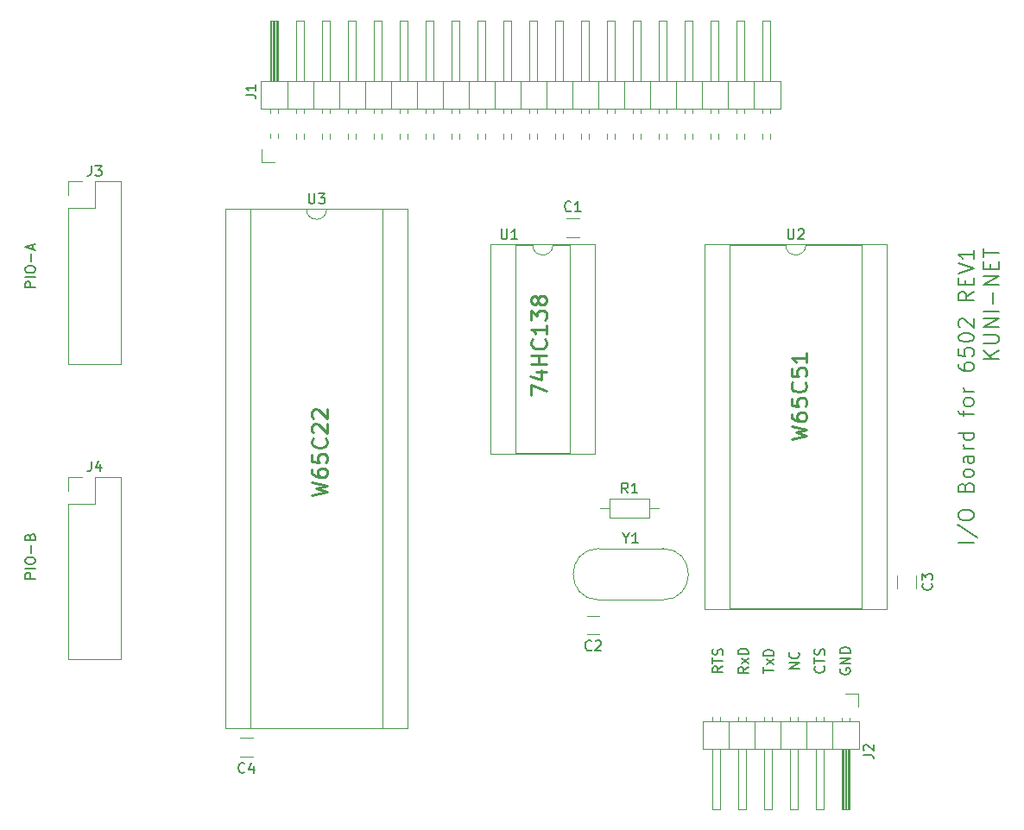
<source format=gto>
G04 #@! TF.GenerationSoftware,KiCad,Pcbnew,(5.1.4)-1*
G04 #@! TF.CreationDate,2020-09-22T12:22:13+09:00*
G04 #@! TF.ProjectId,K65-IOB,4b36352d-494f-4422-9e6b-696361645f70,rev?*
G04 #@! TF.SameCoordinates,Original*
G04 #@! TF.FileFunction,Legend,Top*
G04 #@! TF.FilePolarity,Positive*
%FSLAX46Y46*%
G04 Gerber Fmt 4.6, Leading zero omitted, Abs format (unit mm)*
G04 Created by KiCad (PCBNEW (5.1.4)-1) date 2020-09-22 12:22:13*
%MOMM*%
%LPD*%
G04 APERTURE LIST*
%ADD10C,0.200000*%
%ADD11C,0.150000*%
%ADD12C,0.250000*%
%ADD13C,0.120000*%
G04 APERTURE END LIST*
D10*
X173953571Y-110130000D02*
X172453571Y-110130000D01*
X172382142Y-108344285D02*
X174310714Y-109630000D01*
X172453571Y-107558571D02*
X172453571Y-107272857D01*
X172525000Y-107130000D01*
X172667857Y-106987142D01*
X172953571Y-106915714D01*
X173453571Y-106915714D01*
X173739285Y-106987142D01*
X173882142Y-107130000D01*
X173953571Y-107272857D01*
X173953571Y-107558571D01*
X173882142Y-107701428D01*
X173739285Y-107844285D01*
X173453571Y-107915714D01*
X172953571Y-107915714D01*
X172667857Y-107844285D01*
X172525000Y-107701428D01*
X172453571Y-107558571D01*
X173167857Y-104630000D02*
X173239285Y-104415714D01*
X173310714Y-104344285D01*
X173453571Y-104272857D01*
X173667857Y-104272857D01*
X173810714Y-104344285D01*
X173882142Y-104415714D01*
X173953571Y-104558571D01*
X173953571Y-105130000D01*
X172453571Y-105130000D01*
X172453571Y-104630000D01*
X172525000Y-104487142D01*
X172596428Y-104415714D01*
X172739285Y-104344285D01*
X172882142Y-104344285D01*
X173025000Y-104415714D01*
X173096428Y-104487142D01*
X173167857Y-104630000D01*
X173167857Y-105130000D01*
X173953571Y-103415714D02*
X173882142Y-103558571D01*
X173810714Y-103630000D01*
X173667857Y-103701428D01*
X173239285Y-103701428D01*
X173096428Y-103630000D01*
X173025000Y-103558571D01*
X172953571Y-103415714D01*
X172953571Y-103201428D01*
X173025000Y-103058571D01*
X173096428Y-102987142D01*
X173239285Y-102915714D01*
X173667857Y-102915714D01*
X173810714Y-102987142D01*
X173882142Y-103058571D01*
X173953571Y-103201428D01*
X173953571Y-103415714D01*
X173953571Y-101630000D02*
X173167857Y-101630000D01*
X173025000Y-101701428D01*
X172953571Y-101844285D01*
X172953571Y-102130000D01*
X173025000Y-102272857D01*
X173882142Y-101630000D02*
X173953571Y-101772857D01*
X173953571Y-102130000D01*
X173882142Y-102272857D01*
X173739285Y-102344285D01*
X173596428Y-102344285D01*
X173453571Y-102272857D01*
X173382142Y-102130000D01*
X173382142Y-101772857D01*
X173310714Y-101630000D01*
X173953571Y-100915714D02*
X172953571Y-100915714D01*
X173239285Y-100915714D02*
X173096428Y-100844285D01*
X173025000Y-100772857D01*
X172953571Y-100630000D01*
X172953571Y-100487142D01*
X173953571Y-99344285D02*
X172453571Y-99344285D01*
X173882142Y-99344285D02*
X173953571Y-99487142D01*
X173953571Y-99772857D01*
X173882142Y-99915714D01*
X173810714Y-99987142D01*
X173667857Y-100058571D01*
X173239285Y-100058571D01*
X173096428Y-99987142D01*
X173025000Y-99915714D01*
X172953571Y-99772857D01*
X172953571Y-99487142D01*
X173025000Y-99344285D01*
X172953571Y-97701428D02*
X172953571Y-97130000D01*
X173953571Y-97487142D02*
X172667857Y-97487142D01*
X172525000Y-97415714D01*
X172453571Y-97272857D01*
X172453571Y-97130000D01*
X173953571Y-96415714D02*
X173882142Y-96558571D01*
X173810714Y-96630000D01*
X173667857Y-96701428D01*
X173239285Y-96701428D01*
X173096428Y-96630000D01*
X173025000Y-96558571D01*
X172953571Y-96415714D01*
X172953571Y-96201428D01*
X173025000Y-96058571D01*
X173096428Y-95987142D01*
X173239285Y-95915714D01*
X173667857Y-95915714D01*
X173810714Y-95987142D01*
X173882142Y-96058571D01*
X173953571Y-96201428D01*
X173953571Y-96415714D01*
X173953571Y-95272857D02*
X172953571Y-95272857D01*
X173239285Y-95272857D02*
X173096428Y-95201428D01*
X173025000Y-95130000D01*
X172953571Y-94987142D01*
X172953571Y-94844285D01*
X172453571Y-92558571D02*
X172453571Y-92844285D01*
X172525000Y-92987142D01*
X172596428Y-93058571D01*
X172810714Y-93201428D01*
X173096428Y-93272857D01*
X173667857Y-93272857D01*
X173810714Y-93201428D01*
X173882142Y-93130000D01*
X173953571Y-92987142D01*
X173953571Y-92701428D01*
X173882142Y-92558571D01*
X173810714Y-92487142D01*
X173667857Y-92415714D01*
X173310714Y-92415714D01*
X173167857Y-92487142D01*
X173096428Y-92558571D01*
X173025000Y-92701428D01*
X173025000Y-92987142D01*
X173096428Y-93130000D01*
X173167857Y-93201428D01*
X173310714Y-93272857D01*
X172453571Y-91058571D02*
X172453571Y-91772857D01*
X173167857Y-91844285D01*
X173096428Y-91772857D01*
X173025000Y-91630000D01*
X173025000Y-91272857D01*
X173096428Y-91130000D01*
X173167857Y-91058571D01*
X173310714Y-90987142D01*
X173667857Y-90987142D01*
X173810714Y-91058571D01*
X173882142Y-91130000D01*
X173953571Y-91272857D01*
X173953571Y-91630000D01*
X173882142Y-91772857D01*
X173810714Y-91844285D01*
X172453571Y-90058571D02*
X172453571Y-89915714D01*
X172525000Y-89772857D01*
X172596428Y-89701428D01*
X172739285Y-89630000D01*
X173025000Y-89558571D01*
X173382142Y-89558571D01*
X173667857Y-89630000D01*
X173810714Y-89701428D01*
X173882142Y-89772857D01*
X173953571Y-89915714D01*
X173953571Y-90058571D01*
X173882142Y-90201428D01*
X173810714Y-90272857D01*
X173667857Y-90344285D01*
X173382142Y-90415714D01*
X173025000Y-90415714D01*
X172739285Y-90344285D01*
X172596428Y-90272857D01*
X172525000Y-90201428D01*
X172453571Y-90058571D01*
X172596428Y-88987142D02*
X172525000Y-88915714D01*
X172453571Y-88772857D01*
X172453571Y-88415714D01*
X172525000Y-88272857D01*
X172596428Y-88201428D01*
X172739285Y-88130000D01*
X172882142Y-88130000D01*
X173096428Y-88201428D01*
X173953571Y-89058571D01*
X173953571Y-88130000D01*
X173953571Y-85487142D02*
X173239285Y-85987142D01*
X173953571Y-86344285D02*
X172453571Y-86344285D01*
X172453571Y-85772857D01*
X172525000Y-85630000D01*
X172596428Y-85558571D01*
X172739285Y-85487142D01*
X172953571Y-85487142D01*
X173096428Y-85558571D01*
X173167857Y-85630000D01*
X173239285Y-85772857D01*
X173239285Y-86344285D01*
X173167857Y-84844285D02*
X173167857Y-84344285D01*
X173953571Y-84130000D02*
X173953571Y-84844285D01*
X172453571Y-84844285D01*
X172453571Y-84130000D01*
X172453571Y-83701428D02*
X173953571Y-83201428D01*
X172453571Y-82701428D01*
X173953571Y-81415714D02*
X173953571Y-82272857D01*
X173953571Y-81844285D02*
X172453571Y-81844285D01*
X172667857Y-81987142D01*
X172810714Y-82130000D01*
X172882142Y-82272857D01*
X176403571Y-92058571D02*
X174903571Y-92058571D01*
X176403571Y-91201428D02*
X175546428Y-91844285D01*
X174903571Y-91201428D02*
X175760714Y-92058571D01*
X174903571Y-90558571D02*
X176117857Y-90558571D01*
X176260714Y-90487142D01*
X176332142Y-90415714D01*
X176403571Y-90272857D01*
X176403571Y-89987142D01*
X176332142Y-89844285D01*
X176260714Y-89772857D01*
X176117857Y-89701428D01*
X174903571Y-89701428D01*
X176403571Y-88987142D02*
X174903571Y-88987142D01*
X176403571Y-88129999D01*
X174903571Y-88129999D01*
X176403571Y-87415714D02*
X174903571Y-87415714D01*
X175832142Y-86701428D02*
X175832142Y-85558571D01*
X176403571Y-84844285D02*
X174903571Y-84844285D01*
X176403571Y-83987142D01*
X174903571Y-83987142D01*
X175617857Y-83272857D02*
X175617857Y-82772857D01*
X176403571Y-82558571D02*
X176403571Y-83272857D01*
X174903571Y-83272857D01*
X174903571Y-82558571D01*
X174903571Y-82129999D02*
X174903571Y-81272857D01*
X176403571Y-81701428D02*
X174903571Y-81701428D01*
D11*
X149357380Y-122262619D02*
X148881190Y-122595952D01*
X149357380Y-122834047D02*
X148357380Y-122834047D01*
X148357380Y-122453095D01*
X148405000Y-122357857D01*
X148452619Y-122310238D01*
X148547857Y-122262619D01*
X148690714Y-122262619D01*
X148785952Y-122310238D01*
X148833571Y-122357857D01*
X148881190Y-122453095D01*
X148881190Y-122834047D01*
X148357380Y-121976904D02*
X148357380Y-121405476D01*
X149357380Y-121691190D02*
X148357380Y-121691190D01*
X149309761Y-121119761D02*
X149357380Y-120976904D01*
X149357380Y-120738809D01*
X149309761Y-120643571D01*
X149262142Y-120595952D01*
X149166904Y-120548333D01*
X149071666Y-120548333D01*
X148976428Y-120595952D01*
X148928809Y-120643571D01*
X148881190Y-120738809D01*
X148833571Y-120929285D01*
X148785952Y-121024523D01*
X148738333Y-121072142D01*
X148643095Y-121119761D01*
X148547857Y-121119761D01*
X148452619Y-121072142D01*
X148405000Y-121024523D01*
X148357380Y-120929285D01*
X148357380Y-120691190D01*
X148405000Y-120548333D01*
X151857380Y-122310238D02*
X151381190Y-122643571D01*
X151857380Y-122881666D02*
X150857380Y-122881666D01*
X150857380Y-122500714D01*
X150905000Y-122405476D01*
X150952619Y-122357857D01*
X151047857Y-122310238D01*
X151190714Y-122310238D01*
X151285952Y-122357857D01*
X151333571Y-122405476D01*
X151381190Y-122500714D01*
X151381190Y-122881666D01*
X151857380Y-121976904D02*
X151190714Y-121453095D01*
X151190714Y-121976904D02*
X151857380Y-121453095D01*
X151857380Y-121072142D02*
X150857380Y-121072142D01*
X150857380Y-120834047D01*
X150905000Y-120691190D01*
X151000238Y-120595952D01*
X151095476Y-120548333D01*
X151285952Y-120500714D01*
X151428809Y-120500714D01*
X151619285Y-120548333D01*
X151714523Y-120595952D01*
X151809761Y-120691190D01*
X151857380Y-120834047D01*
X151857380Y-121072142D01*
X153357380Y-122905476D02*
X153357380Y-122334047D01*
X154357380Y-122619761D02*
X153357380Y-122619761D01*
X154357380Y-122095952D02*
X153690714Y-121572142D01*
X153690714Y-122095952D02*
X154357380Y-121572142D01*
X154357380Y-121191190D02*
X153357380Y-121191190D01*
X153357380Y-120953095D01*
X153405000Y-120810238D01*
X153500238Y-120715000D01*
X153595476Y-120667380D01*
X153785952Y-120619761D01*
X153928809Y-120619761D01*
X154119285Y-120667380D01*
X154214523Y-120715000D01*
X154309761Y-120810238D01*
X154357380Y-120953095D01*
X154357380Y-121191190D01*
X156857380Y-122500714D02*
X155857380Y-122500714D01*
X156857380Y-121929285D01*
X155857380Y-121929285D01*
X156762142Y-120881666D02*
X156809761Y-120929285D01*
X156857380Y-121072142D01*
X156857380Y-121167380D01*
X156809761Y-121310238D01*
X156714523Y-121405476D01*
X156619285Y-121453095D01*
X156428809Y-121500714D01*
X156285952Y-121500714D01*
X156095476Y-121453095D01*
X156000238Y-121405476D01*
X155905000Y-121310238D01*
X155857380Y-121167380D01*
X155857380Y-121072142D01*
X155905000Y-120929285D01*
X155952619Y-120881666D01*
X159262142Y-122262619D02*
X159309761Y-122310238D01*
X159357380Y-122453095D01*
X159357380Y-122548333D01*
X159309761Y-122691190D01*
X159214523Y-122786428D01*
X159119285Y-122834047D01*
X158928809Y-122881666D01*
X158785952Y-122881666D01*
X158595476Y-122834047D01*
X158500238Y-122786428D01*
X158405000Y-122691190D01*
X158357380Y-122548333D01*
X158357380Y-122453095D01*
X158405000Y-122310238D01*
X158452619Y-122262619D01*
X158357380Y-121976904D02*
X158357380Y-121405476D01*
X159357380Y-121691190D02*
X158357380Y-121691190D01*
X159309761Y-121119761D02*
X159357380Y-120976904D01*
X159357380Y-120738809D01*
X159309761Y-120643571D01*
X159262142Y-120595952D01*
X159166904Y-120548333D01*
X159071666Y-120548333D01*
X158976428Y-120595952D01*
X158928809Y-120643571D01*
X158881190Y-120738809D01*
X158833571Y-120929285D01*
X158785952Y-121024523D01*
X158738333Y-121072142D01*
X158643095Y-121119761D01*
X158547857Y-121119761D01*
X158452619Y-121072142D01*
X158405000Y-121024523D01*
X158357380Y-120929285D01*
X158357380Y-120691190D01*
X158405000Y-120548333D01*
X160905000Y-122476904D02*
X160857380Y-122572142D01*
X160857380Y-122715000D01*
X160905000Y-122857857D01*
X161000238Y-122953095D01*
X161095476Y-123000714D01*
X161285952Y-123048333D01*
X161428809Y-123048333D01*
X161619285Y-123000714D01*
X161714523Y-122953095D01*
X161809761Y-122857857D01*
X161857380Y-122715000D01*
X161857380Y-122619761D01*
X161809761Y-122476904D01*
X161762142Y-122429285D01*
X161428809Y-122429285D01*
X161428809Y-122619761D01*
X161857380Y-122000714D02*
X160857380Y-122000714D01*
X161857380Y-121429285D01*
X160857380Y-121429285D01*
X161857380Y-120953095D02*
X160857380Y-120953095D01*
X160857380Y-120715000D01*
X160905000Y-120572142D01*
X161000238Y-120476904D01*
X161095476Y-120429285D01*
X161285952Y-120381666D01*
X161428809Y-120381666D01*
X161619285Y-120429285D01*
X161714523Y-120476904D01*
X161809761Y-120572142D01*
X161857380Y-120715000D01*
X161857380Y-120953095D01*
D12*
X156083571Y-99965000D02*
X157583571Y-99607857D01*
X156512142Y-99322142D01*
X157583571Y-99036428D01*
X156083571Y-98679285D01*
X156083571Y-97465000D02*
X156083571Y-97750714D01*
X156155000Y-97893571D01*
X156226428Y-97965000D01*
X156440714Y-98107857D01*
X156726428Y-98179285D01*
X157297857Y-98179285D01*
X157440714Y-98107857D01*
X157512142Y-98036428D01*
X157583571Y-97893571D01*
X157583571Y-97607857D01*
X157512142Y-97465000D01*
X157440714Y-97393571D01*
X157297857Y-97322142D01*
X156940714Y-97322142D01*
X156797857Y-97393571D01*
X156726428Y-97465000D01*
X156655000Y-97607857D01*
X156655000Y-97893571D01*
X156726428Y-98036428D01*
X156797857Y-98107857D01*
X156940714Y-98179285D01*
X156083571Y-95965000D02*
X156083571Y-96679285D01*
X156797857Y-96750714D01*
X156726428Y-96679285D01*
X156655000Y-96536428D01*
X156655000Y-96179285D01*
X156726428Y-96036428D01*
X156797857Y-95965000D01*
X156940714Y-95893571D01*
X157297857Y-95893571D01*
X157440714Y-95965000D01*
X157512142Y-96036428D01*
X157583571Y-96179285D01*
X157583571Y-96536428D01*
X157512142Y-96679285D01*
X157440714Y-96750714D01*
X157440714Y-94393571D02*
X157512142Y-94465000D01*
X157583571Y-94679285D01*
X157583571Y-94822142D01*
X157512142Y-95036428D01*
X157369285Y-95179285D01*
X157226428Y-95250714D01*
X156940714Y-95322142D01*
X156726428Y-95322142D01*
X156440714Y-95250714D01*
X156297857Y-95179285D01*
X156155000Y-95036428D01*
X156083571Y-94822142D01*
X156083571Y-94679285D01*
X156155000Y-94465000D01*
X156226428Y-94393571D01*
X156083571Y-93036428D02*
X156083571Y-93750714D01*
X156797857Y-93822142D01*
X156726428Y-93750714D01*
X156655000Y-93607857D01*
X156655000Y-93250714D01*
X156726428Y-93107857D01*
X156797857Y-93036428D01*
X156940714Y-92965000D01*
X157297857Y-92965000D01*
X157440714Y-93036428D01*
X157512142Y-93107857D01*
X157583571Y-93250714D01*
X157583571Y-93607857D01*
X157512142Y-93750714D01*
X157440714Y-93822142D01*
X157583571Y-91536428D02*
X157583571Y-92393571D01*
X157583571Y-91965000D02*
X156083571Y-91965000D01*
X156297857Y-92107857D01*
X156440714Y-92250714D01*
X156512142Y-92393571D01*
X130583571Y-95607857D02*
X130583571Y-94607857D01*
X132083571Y-95250714D01*
X131083571Y-93393571D02*
X132083571Y-93393571D01*
X130512142Y-93750714D02*
X131583571Y-94107857D01*
X131583571Y-93179285D01*
X132083571Y-92607857D02*
X130583571Y-92607857D01*
X131297857Y-92607857D02*
X131297857Y-91750714D01*
X132083571Y-91750714D02*
X130583571Y-91750714D01*
X131940714Y-90179285D02*
X132012142Y-90250714D01*
X132083571Y-90465000D01*
X132083571Y-90607857D01*
X132012142Y-90822142D01*
X131869285Y-90965000D01*
X131726428Y-91036428D01*
X131440714Y-91107857D01*
X131226428Y-91107857D01*
X130940714Y-91036428D01*
X130797857Y-90965000D01*
X130655000Y-90822142D01*
X130583571Y-90607857D01*
X130583571Y-90465000D01*
X130655000Y-90250714D01*
X130726428Y-90179285D01*
X132083571Y-88750714D02*
X132083571Y-89607857D01*
X132083571Y-89179285D02*
X130583571Y-89179285D01*
X130797857Y-89322142D01*
X130940714Y-89465000D01*
X131012142Y-89607857D01*
X130583571Y-88250714D02*
X130583571Y-87322142D01*
X131155000Y-87822142D01*
X131155000Y-87607857D01*
X131226428Y-87465000D01*
X131297857Y-87393571D01*
X131440714Y-87322142D01*
X131797857Y-87322142D01*
X131940714Y-87393571D01*
X132012142Y-87465000D01*
X132083571Y-87607857D01*
X132083571Y-88036428D01*
X132012142Y-88179285D01*
X131940714Y-88250714D01*
X131226428Y-86465000D02*
X131155000Y-86607857D01*
X131083571Y-86679285D01*
X130940714Y-86750714D01*
X130869285Y-86750714D01*
X130726428Y-86679285D01*
X130655000Y-86607857D01*
X130583571Y-86465000D01*
X130583571Y-86179285D01*
X130655000Y-86036428D01*
X130726428Y-85965000D01*
X130869285Y-85893571D01*
X130940714Y-85893571D01*
X131083571Y-85965000D01*
X131155000Y-86036428D01*
X131226428Y-86179285D01*
X131226428Y-86465000D01*
X131297857Y-86607857D01*
X131369285Y-86679285D01*
X131512142Y-86750714D01*
X131797857Y-86750714D01*
X131940714Y-86679285D01*
X132012142Y-86607857D01*
X132083571Y-86465000D01*
X132083571Y-86179285D01*
X132012142Y-86036428D01*
X131940714Y-85965000D01*
X131797857Y-85893571D01*
X131512142Y-85893571D01*
X131369285Y-85965000D01*
X131297857Y-86036428D01*
X131226428Y-86179285D01*
X109083571Y-105465000D02*
X110583571Y-105107857D01*
X109512142Y-104822142D01*
X110583571Y-104536428D01*
X109083571Y-104179285D01*
X109083571Y-102965000D02*
X109083571Y-103250714D01*
X109155000Y-103393571D01*
X109226428Y-103465000D01*
X109440714Y-103607857D01*
X109726428Y-103679285D01*
X110297857Y-103679285D01*
X110440714Y-103607857D01*
X110512142Y-103536428D01*
X110583571Y-103393571D01*
X110583571Y-103107857D01*
X110512142Y-102965000D01*
X110440714Y-102893571D01*
X110297857Y-102822142D01*
X109940714Y-102822142D01*
X109797857Y-102893571D01*
X109726428Y-102965000D01*
X109655000Y-103107857D01*
X109655000Y-103393571D01*
X109726428Y-103536428D01*
X109797857Y-103607857D01*
X109940714Y-103679285D01*
X109083571Y-101465000D02*
X109083571Y-102179285D01*
X109797857Y-102250714D01*
X109726428Y-102179285D01*
X109655000Y-102036428D01*
X109655000Y-101679285D01*
X109726428Y-101536428D01*
X109797857Y-101465000D01*
X109940714Y-101393571D01*
X110297857Y-101393571D01*
X110440714Y-101465000D01*
X110512142Y-101536428D01*
X110583571Y-101679285D01*
X110583571Y-102036428D01*
X110512142Y-102179285D01*
X110440714Y-102250714D01*
X110440714Y-99893571D02*
X110512142Y-99965000D01*
X110583571Y-100179285D01*
X110583571Y-100322142D01*
X110512142Y-100536428D01*
X110369285Y-100679285D01*
X110226428Y-100750714D01*
X109940714Y-100822142D01*
X109726428Y-100822142D01*
X109440714Y-100750714D01*
X109297857Y-100679285D01*
X109155000Y-100536428D01*
X109083571Y-100322142D01*
X109083571Y-100179285D01*
X109155000Y-99965000D01*
X109226428Y-99893571D01*
X109226428Y-99322142D02*
X109155000Y-99250714D01*
X109083571Y-99107857D01*
X109083571Y-98750714D01*
X109155000Y-98607857D01*
X109226428Y-98536428D01*
X109369285Y-98465000D01*
X109512142Y-98465000D01*
X109726428Y-98536428D01*
X110583571Y-99393571D01*
X110583571Y-98465000D01*
X109226428Y-97893571D02*
X109155000Y-97822142D01*
X109083571Y-97679285D01*
X109083571Y-97322142D01*
X109155000Y-97179285D01*
X109226428Y-97107857D01*
X109369285Y-97036428D01*
X109512142Y-97036428D01*
X109726428Y-97107857D01*
X110583571Y-97965000D01*
X110583571Y-97036428D01*
D11*
X81952380Y-113642857D02*
X80952380Y-113642857D01*
X80952380Y-113261904D01*
X81000000Y-113166666D01*
X81047619Y-113119047D01*
X81142857Y-113071428D01*
X81285714Y-113071428D01*
X81380952Y-113119047D01*
X81428571Y-113166666D01*
X81476190Y-113261904D01*
X81476190Y-113642857D01*
X81952380Y-112642857D02*
X80952380Y-112642857D01*
X80952380Y-111976190D02*
X80952380Y-111785714D01*
X81000000Y-111690476D01*
X81095238Y-111595238D01*
X81285714Y-111547619D01*
X81619047Y-111547619D01*
X81809523Y-111595238D01*
X81904761Y-111690476D01*
X81952380Y-111785714D01*
X81952380Y-111976190D01*
X81904761Y-112071428D01*
X81809523Y-112166666D01*
X81619047Y-112214285D01*
X81285714Y-112214285D01*
X81095238Y-112166666D01*
X81000000Y-112071428D01*
X80952380Y-111976190D01*
X81571428Y-111119047D02*
X81571428Y-110357142D01*
X81428571Y-109547619D02*
X81476190Y-109404761D01*
X81523809Y-109357142D01*
X81619047Y-109309523D01*
X81761904Y-109309523D01*
X81857142Y-109357142D01*
X81904761Y-109404761D01*
X81952380Y-109500000D01*
X81952380Y-109880952D01*
X80952380Y-109880952D01*
X80952380Y-109547619D01*
X81000000Y-109452380D01*
X81047619Y-109404761D01*
X81142857Y-109357142D01*
X81238095Y-109357142D01*
X81333333Y-109404761D01*
X81380952Y-109452380D01*
X81428571Y-109547619D01*
X81428571Y-109880952D01*
X81952380Y-85071428D02*
X80952380Y-85071428D01*
X80952380Y-84690476D01*
X81000000Y-84595238D01*
X81047619Y-84547619D01*
X81142857Y-84500000D01*
X81285714Y-84500000D01*
X81380952Y-84547619D01*
X81428571Y-84595238D01*
X81476190Y-84690476D01*
X81476190Y-85071428D01*
X81952380Y-84071428D02*
X80952380Y-84071428D01*
X80952380Y-83404761D02*
X80952380Y-83214285D01*
X81000000Y-83119047D01*
X81095238Y-83023809D01*
X81285714Y-82976190D01*
X81619047Y-82976190D01*
X81809523Y-83023809D01*
X81904761Y-83119047D01*
X81952380Y-83214285D01*
X81952380Y-83404761D01*
X81904761Y-83500000D01*
X81809523Y-83595238D01*
X81619047Y-83642857D01*
X81285714Y-83642857D01*
X81095238Y-83595238D01*
X81000000Y-83500000D01*
X80952380Y-83404761D01*
X81571428Y-82547619D02*
X81571428Y-81785714D01*
X81666666Y-81357142D02*
X81666666Y-80880952D01*
X81952380Y-81452380D02*
X80952380Y-81119047D01*
X81952380Y-80785714D01*
D13*
X118475000Y-77325000D02*
X100575000Y-77325000D01*
X118475000Y-128365000D02*
X118475000Y-77325000D01*
X100575000Y-128365000D02*
X118475000Y-128365000D01*
X100575000Y-77325000D02*
X100575000Y-128365000D01*
X115985000Y-77385000D02*
X110525000Y-77385000D01*
X115985000Y-128305000D02*
X115985000Y-77385000D01*
X103065000Y-128305000D02*
X115985000Y-128305000D01*
X103065000Y-77385000D02*
X103065000Y-128305000D01*
X108525000Y-77385000D02*
X103065000Y-77385000D01*
X110525000Y-77385000D02*
G75*
G02X108525000Y-77385000I-1000000J0D01*
G01*
X143470000Y-115740000D02*
G75*
G03X143470000Y-110690000I0J2525000D01*
G01*
X137220000Y-115740000D02*
G75*
G02X137220000Y-110690000I0J2525000D01*
G01*
X137220000Y-115740000D02*
X143470000Y-115740000D01*
X137220000Y-110690000D02*
X143470000Y-110690000D01*
X165475000Y-80825000D02*
X147575000Y-80825000D01*
X165475000Y-116625000D02*
X165475000Y-80825000D01*
X147575000Y-116625000D02*
X165475000Y-116625000D01*
X147575000Y-80825000D02*
X147575000Y-116625000D01*
X162985000Y-80885000D02*
X157525000Y-80885000D01*
X162985000Y-116565000D02*
X162985000Y-80885000D01*
X150065000Y-116565000D02*
X162985000Y-116565000D01*
X150065000Y-80885000D02*
X150065000Y-116565000D01*
X155525000Y-80885000D02*
X150065000Y-80885000D01*
X157525000Y-80885000D02*
G75*
G02X155525000Y-80885000I-1000000J0D01*
G01*
X136855000Y-80825000D02*
X126575000Y-80825000D01*
X136855000Y-101385000D02*
X136855000Y-80825000D01*
X126575000Y-101385000D02*
X136855000Y-101385000D01*
X126575000Y-80825000D02*
X126575000Y-101385000D01*
X134365000Y-80885000D02*
X132715000Y-80885000D01*
X134365000Y-101325000D02*
X134365000Y-80885000D01*
X129065000Y-101325000D02*
X134365000Y-101325000D01*
X129065000Y-80885000D02*
X129065000Y-101325000D01*
X130715000Y-80885000D02*
X129065000Y-80885000D01*
X132715000Y-80885000D02*
G75*
G02X130715000Y-80885000I-1000000J0D01*
G01*
X143085000Y-106715000D02*
X142135000Y-106715000D01*
X137345000Y-106715000D02*
X138295000Y-106715000D01*
X142135000Y-105795000D02*
X138295000Y-105795000D01*
X142135000Y-107635000D02*
X142135000Y-105795000D01*
X138295000Y-107635000D02*
X142135000Y-107635000D01*
X138295000Y-105795000D02*
X138295000Y-107635000D01*
X85170000Y-103670000D02*
X86500000Y-103670000D01*
X85170000Y-105000000D02*
X85170000Y-103670000D01*
X87770000Y-103670000D02*
X90370000Y-103670000D01*
X87770000Y-106270000D02*
X87770000Y-103670000D01*
X85170000Y-106270000D02*
X87770000Y-106270000D01*
X90370000Y-103670000D02*
X90370000Y-121570000D01*
X85170000Y-106270000D02*
X85170000Y-121570000D01*
X85170000Y-121570000D02*
X90370000Y-121570000D01*
X85170000Y-74670000D02*
X86500000Y-74670000D01*
X85170000Y-76000000D02*
X85170000Y-74670000D01*
X87770000Y-74670000D02*
X90370000Y-74670000D01*
X87770000Y-77270000D02*
X87770000Y-74670000D01*
X85170000Y-77270000D02*
X87770000Y-77270000D01*
X90370000Y-74670000D02*
X90370000Y-92570000D01*
X85170000Y-77270000D02*
X85170000Y-92570000D01*
X85170000Y-92570000D02*
X90370000Y-92570000D01*
X162675000Y-124945000D02*
X162675000Y-126215000D01*
X161405000Y-124945000D02*
X162675000Y-124945000D01*
X148325000Y-127257929D02*
X148325000Y-127655000D01*
X149085000Y-127257929D02*
X149085000Y-127655000D01*
X148325000Y-136315000D02*
X148325000Y-130315000D01*
X149085000Y-136315000D02*
X148325000Y-136315000D01*
X149085000Y-130315000D02*
X149085000Y-136315000D01*
X149975000Y-127655000D02*
X149975000Y-130315000D01*
X150865000Y-127257929D02*
X150865000Y-127655000D01*
X151625000Y-127257929D02*
X151625000Y-127655000D01*
X150865000Y-136315000D02*
X150865000Y-130315000D01*
X151625000Y-136315000D02*
X150865000Y-136315000D01*
X151625000Y-130315000D02*
X151625000Y-136315000D01*
X152515000Y-127655000D02*
X152515000Y-130315000D01*
X153405000Y-127257929D02*
X153405000Y-127655000D01*
X154165000Y-127257929D02*
X154165000Y-127655000D01*
X153405000Y-136315000D02*
X153405000Y-130315000D01*
X154165000Y-136315000D02*
X153405000Y-136315000D01*
X154165000Y-130315000D02*
X154165000Y-136315000D01*
X155055000Y-127655000D02*
X155055000Y-130315000D01*
X155945000Y-127257929D02*
X155945000Y-127655000D01*
X156705000Y-127257929D02*
X156705000Y-127655000D01*
X155945000Y-136315000D02*
X155945000Y-130315000D01*
X156705000Y-136315000D02*
X155945000Y-136315000D01*
X156705000Y-130315000D02*
X156705000Y-136315000D01*
X157595000Y-127655000D02*
X157595000Y-130315000D01*
X158485000Y-127257929D02*
X158485000Y-127655000D01*
X159245000Y-127257929D02*
X159245000Y-127655000D01*
X158485000Y-136315000D02*
X158485000Y-130315000D01*
X159245000Y-136315000D02*
X158485000Y-136315000D01*
X159245000Y-130315000D02*
X159245000Y-136315000D01*
X160135000Y-127655000D02*
X160135000Y-130315000D01*
X161025000Y-127325000D02*
X161025000Y-127655000D01*
X161785000Y-127325000D02*
X161785000Y-127655000D01*
X161125000Y-130315000D02*
X161125000Y-136315000D01*
X161245000Y-130315000D02*
X161245000Y-136315000D01*
X161365000Y-130315000D02*
X161365000Y-136315000D01*
X161485000Y-130315000D02*
X161485000Y-136315000D01*
X161605000Y-130315000D02*
X161605000Y-136315000D01*
X161725000Y-130315000D02*
X161725000Y-136315000D01*
X161025000Y-136315000D02*
X161025000Y-130315000D01*
X161785000Y-136315000D02*
X161025000Y-136315000D01*
X161785000Y-130315000D02*
X161785000Y-136315000D01*
X162735000Y-130315000D02*
X162735000Y-127655000D01*
X147375000Y-130315000D02*
X162735000Y-130315000D01*
X147375000Y-127655000D02*
X147375000Y-130315000D01*
X162735000Y-127655000D02*
X147375000Y-127655000D01*
X104130000Y-72770000D02*
X104130000Y-71500000D01*
X105400000Y-72770000D02*
X104130000Y-72770000D01*
X154040000Y-70457071D02*
X154040000Y-70002929D01*
X153280000Y-70457071D02*
X153280000Y-70002929D01*
X154040000Y-67917071D02*
X154040000Y-67520000D01*
X153280000Y-67917071D02*
X153280000Y-67520000D01*
X154040000Y-58860000D02*
X154040000Y-64860000D01*
X153280000Y-58860000D02*
X154040000Y-58860000D01*
X153280000Y-64860000D02*
X153280000Y-58860000D01*
X152390000Y-67520000D02*
X152390000Y-64860000D01*
X151500000Y-70457071D02*
X151500000Y-70002929D01*
X150740000Y-70457071D02*
X150740000Y-70002929D01*
X151500000Y-67917071D02*
X151500000Y-67520000D01*
X150740000Y-67917071D02*
X150740000Y-67520000D01*
X151500000Y-58860000D02*
X151500000Y-64860000D01*
X150740000Y-58860000D02*
X151500000Y-58860000D01*
X150740000Y-64860000D02*
X150740000Y-58860000D01*
X149850000Y-67520000D02*
X149850000Y-64860000D01*
X148960000Y-70457071D02*
X148960000Y-70002929D01*
X148200000Y-70457071D02*
X148200000Y-70002929D01*
X148960000Y-67917071D02*
X148960000Y-67520000D01*
X148200000Y-67917071D02*
X148200000Y-67520000D01*
X148960000Y-58860000D02*
X148960000Y-64860000D01*
X148200000Y-58860000D02*
X148960000Y-58860000D01*
X148200000Y-64860000D02*
X148200000Y-58860000D01*
X147310000Y-67520000D02*
X147310000Y-64860000D01*
X146420000Y-70457071D02*
X146420000Y-70002929D01*
X145660000Y-70457071D02*
X145660000Y-70002929D01*
X146420000Y-67917071D02*
X146420000Y-67520000D01*
X145660000Y-67917071D02*
X145660000Y-67520000D01*
X146420000Y-58860000D02*
X146420000Y-64860000D01*
X145660000Y-58860000D02*
X146420000Y-58860000D01*
X145660000Y-64860000D02*
X145660000Y-58860000D01*
X144770000Y-67520000D02*
X144770000Y-64860000D01*
X143880000Y-70457071D02*
X143880000Y-70002929D01*
X143120000Y-70457071D02*
X143120000Y-70002929D01*
X143880000Y-67917071D02*
X143880000Y-67520000D01*
X143120000Y-67917071D02*
X143120000Y-67520000D01*
X143880000Y-58860000D02*
X143880000Y-64860000D01*
X143120000Y-58860000D02*
X143880000Y-58860000D01*
X143120000Y-64860000D02*
X143120000Y-58860000D01*
X142230000Y-67520000D02*
X142230000Y-64860000D01*
X141340000Y-70457071D02*
X141340000Y-70002929D01*
X140580000Y-70457071D02*
X140580000Y-70002929D01*
X141340000Y-67917071D02*
X141340000Y-67520000D01*
X140580000Y-67917071D02*
X140580000Y-67520000D01*
X141340000Y-58860000D02*
X141340000Y-64860000D01*
X140580000Y-58860000D02*
X141340000Y-58860000D01*
X140580000Y-64860000D02*
X140580000Y-58860000D01*
X139690000Y-67520000D02*
X139690000Y-64860000D01*
X138800000Y-70457071D02*
X138800000Y-70002929D01*
X138040000Y-70457071D02*
X138040000Y-70002929D01*
X138800000Y-67917071D02*
X138800000Y-67520000D01*
X138040000Y-67917071D02*
X138040000Y-67520000D01*
X138800000Y-58860000D02*
X138800000Y-64860000D01*
X138040000Y-58860000D02*
X138800000Y-58860000D01*
X138040000Y-64860000D02*
X138040000Y-58860000D01*
X137150000Y-67520000D02*
X137150000Y-64860000D01*
X136260000Y-70457071D02*
X136260000Y-70002929D01*
X135500000Y-70457071D02*
X135500000Y-70002929D01*
X136260000Y-67917071D02*
X136260000Y-67520000D01*
X135500000Y-67917071D02*
X135500000Y-67520000D01*
X136260000Y-58860000D02*
X136260000Y-64860000D01*
X135500000Y-58860000D02*
X136260000Y-58860000D01*
X135500000Y-64860000D02*
X135500000Y-58860000D01*
X134610000Y-67520000D02*
X134610000Y-64860000D01*
X133720000Y-70457071D02*
X133720000Y-70002929D01*
X132960000Y-70457071D02*
X132960000Y-70002929D01*
X133720000Y-67917071D02*
X133720000Y-67520000D01*
X132960000Y-67917071D02*
X132960000Y-67520000D01*
X133720000Y-58860000D02*
X133720000Y-64860000D01*
X132960000Y-58860000D02*
X133720000Y-58860000D01*
X132960000Y-64860000D02*
X132960000Y-58860000D01*
X132070000Y-67520000D02*
X132070000Y-64860000D01*
X131180000Y-70457071D02*
X131180000Y-70002929D01*
X130420000Y-70457071D02*
X130420000Y-70002929D01*
X131180000Y-67917071D02*
X131180000Y-67520000D01*
X130420000Y-67917071D02*
X130420000Y-67520000D01*
X131180000Y-58860000D02*
X131180000Y-64860000D01*
X130420000Y-58860000D02*
X131180000Y-58860000D01*
X130420000Y-64860000D02*
X130420000Y-58860000D01*
X129530000Y-67520000D02*
X129530000Y-64860000D01*
X128640000Y-70457071D02*
X128640000Y-70002929D01*
X127880000Y-70457071D02*
X127880000Y-70002929D01*
X128640000Y-67917071D02*
X128640000Y-67520000D01*
X127880000Y-67917071D02*
X127880000Y-67520000D01*
X128640000Y-58860000D02*
X128640000Y-64860000D01*
X127880000Y-58860000D02*
X128640000Y-58860000D01*
X127880000Y-64860000D02*
X127880000Y-58860000D01*
X126990000Y-67520000D02*
X126990000Y-64860000D01*
X126100000Y-70457071D02*
X126100000Y-70002929D01*
X125340000Y-70457071D02*
X125340000Y-70002929D01*
X126100000Y-67917071D02*
X126100000Y-67520000D01*
X125340000Y-67917071D02*
X125340000Y-67520000D01*
X126100000Y-58860000D02*
X126100000Y-64860000D01*
X125340000Y-58860000D02*
X126100000Y-58860000D01*
X125340000Y-64860000D02*
X125340000Y-58860000D01*
X124450000Y-67520000D02*
X124450000Y-64860000D01*
X123560000Y-70457071D02*
X123560000Y-70002929D01*
X122800000Y-70457071D02*
X122800000Y-70002929D01*
X123560000Y-67917071D02*
X123560000Y-67520000D01*
X122800000Y-67917071D02*
X122800000Y-67520000D01*
X123560000Y-58860000D02*
X123560000Y-64860000D01*
X122800000Y-58860000D02*
X123560000Y-58860000D01*
X122800000Y-64860000D02*
X122800000Y-58860000D01*
X121910000Y-67520000D02*
X121910000Y-64860000D01*
X121020000Y-70457071D02*
X121020000Y-70002929D01*
X120260000Y-70457071D02*
X120260000Y-70002929D01*
X121020000Y-67917071D02*
X121020000Y-67520000D01*
X120260000Y-67917071D02*
X120260000Y-67520000D01*
X121020000Y-58860000D02*
X121020000Y-64860000D01*
X120260000Y-58860000D02*
X121020000Y-58860000D01*
X120260000Y-64860000D02*
X120260000Y-58860000D01*
X119370000Y-67520000D02*
X119370000Y-64860000D01*
X118480000Y-70457071D02*
X118480000Y-70002929D01*
X117720000Y-70457071D02*
X117720000Y-70002929D01*
X118480000Y-67917071D02*
X118480000Y-67520000D01*
X117720000Y-67917071D02*
X117720000Y-67520000D01*
X118480000Y-58860000D02*
X118480000Y-64860000D01*
X117720000Y-58860000D02*
X118480000Y-58860000D01*
X117720000Y-64860000D02*
X117720000Y-58860000D01*
X116830000Y-67520000D02*
X116830000Y-64860000D01*
X115940000Y-70457071D02*
X115940000Y-70002929D01*
X115180000Y-70457071D02*
X115180000Y-70002929D01*
X115940000Y-67917071D02*
X115940000Y-67520000D01*
X115180000Y-67917071D02*
X115180000Y-67520000D01*
X115940000Y-58860000D02*
X115940000Y-64860000D01*
X115180000Y-58860000D02*
X115940000Y-58860000D01*
X115180000Y-64860000D02*
X115180000Y-58860000D01*
X114290000Y-67520000D02*
X114290000Y-64860000D01*
X113400000Y-70457071D02*
X113400000Y-70002929D01*
X112640000Y-70457071D02*
X112640000Y-70002929D01*
X113400000Y-67917071D02*
X113400000Y-67520000D01*
X112640000Y-67917071D02*
X112640000Y-67520000D01*
X113400000Y-58860000D02*
X113400000Y-64860000D01*
X112640000Y-58860000D02*
X113400000Y-58860000D01*
X112640000Y-64860000D02*
X112640000Y-58860000D01*
X111750000Y-67520000D02*
X111750000Y-64860000D01*
X110860000Y-70457071D02*
X110860000Y-70002929D01*
X110100000Y-70457071D02*
X110100000Y-70002929D01*
X110860000Y-67917071D02*
X110860000Y-67520000D01*
X110100000Y-67917071D02*
X110100000Y-67520000D01*
X110860000Y-58860000D02*
X110860000Y-64860000D01*
X110100000Y-58860000D02*
X110860000Y-58860000D01*
X110100000Y-64860000D02*
X110100000Y-58860000D01*
X109210000Y-67520000D02*
X109210000Y-64860000D01*
X108320000Y-70457071D02*
X108320000Y-70002929D01*
X107560000Y-70457071D02*
X107560000Y-70002929D01*
X108320000Y-67917071D02*
X108320000Y-67520000D01*
X107560000Y-67917071D02*
X107560000Y-67520000D01*
X108320000Y-58860000D02*
X108320000Y-64860000D01*
X107560000Y-58860000D02*
X108320000Y-58860000D01*
X107560000Y-64860000D02*
X107560000Y-58860000D01*
X106670000Y-67520000D02*
X106670000Y-64860000D01*
X105780000Y-70390000D02*
X105780000Y-70002929D01*
X105020000Y-70390000D02*
X105020000Y-70002929D01*
X105780000Y-67917071D02*
X105780000Y-67520000D01*
X105020000Y-67917071D02*
X105020000Y-67520000D01*
X105680000Y-64860000D02*
X105680000Y-58860000D01*
X105560000Y-64860000D02*
X105560000Y-58860000D01*
X105440000Y-64860000D02*
X105440000Y-58860000D01*
X105320000Y-64860000D02*
X105320000Y-58860000D01*
X105200000Y-64860000D02*
X105200000Y-58860000D01*
X105080000Y-64860000D02*
X105080000Y-58860000D01*
X105780000Y-58860000D02*
X105780000Y-64860000D01*
X105020000Y-58860000D02*
X105780000Y-58860000D01*
X105020000Y-64860000D02*
X105020000Y-58860000D01*
X104070000Y-64860000D02*
X104070000Y-67520000D01*
X154990000Y-64860000D02*
X104070000Y-64860000D01*
X154990000Y-67520000D02*
X154990000Y-64860000D01*
X104070000Y-67520000D02*
X154990000Y-67520000D01*
X103284000Y-129295000D02*
X102026000Y-129295000D01*
X103284000Y-131135000D02*
X102026000Y-131135000D01*
X166485000Y-113336000D02*
X166485000Y-114594000D01*
X168325000Y-113336000D02*
X168325000Y-114594000D01*
X137284000Y-117295000D02*
X136026000Y-117295000D01*
X137284000Y-119135000D02*
X136026000Y-119135000D01*
X134026000Y-80135000D02*
X135284000Y-80135000D01*
X134026000Y-78295000D02*
X135284000Y-78295000D01*
D11*
X108763095Y-75837380D02*
X108763095Y-76646904D01*
X108810714Y-76742142D01*
X108858333Y-76789761D01*
X108953571Y-76837380D01*
X109144047Y-76837380D01*
X109239285Y-76789761D01*
X109286904Y-76742142D01*
X109334523Y-76646904D01*
X109334523Y-75837380D01*
X109715476Y-75837380D02*
X110334523Y-75837380D01*
X110001190Y-76218333D01*
X110144047Y-76218333D01*
X110239285Y-76265952D01*
X110286904Y-76313571D01*
X110334523Y-76408809D01*
X110334523Y-76646904D01*
X110286904Y-76742142D01*
X110239285Y-76789761D01*
X110144047Y-76837380D01*
X109858333Y-76837380D01*
X109763095Y-76789761D01*
X109715476Y-76742142D01*
X139868809Y-109666190D02*
X139868809Y-110142380D01*
X139535476Y-109142380D02*
X139868809Y-109666190D01*
X140202142Y-109142380D01*
X141059285Y-110142380D02*
X140487857Y-110142380D01*
X140773571Y-110142380D02*
X140773571Y-109142380D01*
X140678333Y-109285238D01*
X140583095Y-109380476D01*
X140487857Y-109428095D01*
X155763095Y-79337380D02*
X155763095Y-80146904D01*
X155810714Y-80242142D01*
X155858333Y-80289761D01*
X155953571Y-80337380D01*
X156144047Y-80337380D01*
X156239285Y-80289761D01*
X156286904Y-80242142D01*
X156334523Y-80146904D01*
X156334523Y-79337380D01*
X156763095Y-79432619D02*
X156810714Y-79385000D01*
X156905952Y-79337380D01*
X157144047Y-79337380D01*
X157239285Y-79385000D01*
X157286904Y-79432619D01*
X157334523Y-79527857D01*
X157334523Y-79623095D01*
X157286904Y-79765952D01*
X156715476Y-80337380D01*
X157334523Y-80337380D01*
X127643095Y-79337380D02*
X127643095Y-80146904D01*
X127690714Y-80242142D01*
X127738333Y-80289761D01*
X127833571Y-80337380D01*
X128024047Y-80337380D01*
X128119285Y-80289761D01*
X128166904Y-80242142D01*
X128214523Y-80146904D01*
X128214523Y-79337380D01*
X129214523Y-80337380D02*
X128643095Y-80337380D01*
X128928809Y-80337380D02*
X128928809Y-79337380D01*
X128833571Y-79480238D01*
X128738333Y-79575476D01*
X128643095Y-79623095D01*
X140048333Y-105247380D02*
X139715000Y-104771190D01*
X139476904Y-105247380D02*
X139476904Y-104247380D01*
X139857857Y-104247380D01*
X139953095Y-104295000D01*
X140000714Y-104342619D01*
X140048333Y-104437857D01*
X140048333Y-104580714D01*
X140000714Y-104675952D01*
X139953095Y-104723571D01*
X139857857Y-104771190D01*
X139476904Y-104771190D01*
X141000714Y-105247380D02*
X140429285Y-105247380D01*
X140715000Y-105247380D02*
X140715000Y-104247380D01*
X140619761Y-104390238D01*
X140524523Y-104485476D01*
X140429285Y-104533095D01*
X87436666Y-102122380D02*
X87436666Y-102836666D01*
X87389047Y-102979523D01*
X87293809Y-103074761D01*
X87150952Y-103122380D01*
X87055714Y-103122380D01*
X88341428Y-102455714D02*
X88341428Y-103122380D01*
X88103333Y-102074761D02*
X87865238Y-102789047D01*
X88484285Y-102789047D01*
X87436666Y-73122380D02*
X87436666Y-73836666D01*
X87389047Y-73979523D01*
X87293809Y-74074761D01*
X87150952Y-74122380D01*
X87055714Y-74122380D01*
X87817619Y-73122380D02*
X88436666Y-73122380D01*
X88103333Y-73503333D01*
X88246190Y-73503333D01*
X88341428Y-73550952D01*
X88389047Y-73598571D01*
X88436666Y-73693809D01*
X88436666Y-73931904D01*
X88389047Y-74027142D01*
X88341428Y-74074761D01*
X88246190Y-74122380D01*
X87960476Y-74122380D01*
X87865238Y-74074761D01*
X87817619Y-74027142D01*
X163127380Y-130933333D02*
X163841666Y-130933333D01*
X163984523Y-130980952D01*
X164079761Y-131076190D01*
X164127380Y-131219047D01*
X164127380Y-131314285D01*
X163222619Y-130504761D02*
X163175000Y-130457142D01*
X163127380Y-130361904D01*
X163127380Y-130123809D01*
X163175000Y-130028571D01*
X163222619Y-129980952D01*
X163317857Y-129933333D01*
X163413095Y-129933333D01*
X163555952Y-129980952D01*
X164127380Y-130552380D01*
X164127380Y-129933333D01*
X102582380Y-66178333D02*
X103296666Y-66178333D01*
X103439523Y-66225952D01*
X103534761Y-66321190D01*
X103582380Y-66464047D01*
X103582380Y-66559285D01*
X103582380Y-65178333D02*
X103582380Y-65749761D01*
X103582380Y-65464047D02*
X102582380Y-65464047D01*
X102725238Y-65559285D01*
X102820476Y-65654523D01*
X102868095Y-65749761D01*
X102488333Y-132622142D02*
X102440714Y-132669761D01*
X102297857Y-132717380D01*
X102202619Y-132717380D01*
X102059761Y-132669761D01*
X101964523Y-132574523D01*
X101916904Y-132479285D01*
X101869285Y-132288809D01*
X101869285Y-132145952D01*
X101916904Y-131955476D01*
X101964523Y-131860238D01*
X102059761Y-131765000D01*
X102202619Y-131717380D01*
X102297857Y-131717380D01*
X102440714Y-131765000D01*
X102488333Y-131812619D01*
X103345476Y-132050714D02*
X103345476Y-132717380D01*
X103107380Y-131669761D02*
X102869285Y-132384047D01*
X103488333Y-132384047D01*
X169812142Y-114131666D02*
X169859761Y-114179285D01*
X169907380Y-114322142D01*
X169907380Y-114417380D01*
X169859761Y-114560238D01*
X169764523Y-114655476D01*
X169669285Y-114703095D01*
X169478809Y-114750714D01*
X169335952Y-114750714D01*
X169145476Y-114703095D01*
X169050238Y-114655476D01*
X168955000Y-114560238D01*
X168907380Y-114417380D01*
X168907380Y-114322142D01*
X168955000Y-114179285D01*
X169002619Y-114131666D01*
X168907380Y-113798333D02*
X168907380Y-113179285D01*
X169288333Y-113512619D01*
X169288333Y-113369761D01*
X169335952Y-113274523D01*
X169383571Y-113226904D01*
X169478809Y-113179285D01*
X169716904Y-113179285D01*
X169812142Y-113226904D01*
X169859761Y-113274523D01*
X169907380Y-113369761D01*
X169907380Y-113655476D01*
X169859761Y-113750714D01*
X169812142Y-113798333D01*
X136488333Y-120622142D02*
X136440714Y-120669761D01*
X136297857Y-120717380D01*
X136202619Y-120717380D01*
X136059761Y-120669761D01*
X135964523Y-120574523D01*
X135916904Y-120479285D01*
X135869285Y-120288809D01*
X135869285Y-120145952D01*
X135916904Y-119955476D01*
X135964523Y-119860238D01*
X136059761Y-119765000D01*
X136202619Y-119717380D01*
X136297857Y-119717380D01*
X136440714Y-119765000D01*
X136488333Y-119812619D01*
X136869285Y-119812619D02*
X136916904Y-119765000D01*
X137012142Y-119717380D01*
X137250238Y-119717380D01*
X137345476Y-119765000D01*
X137393095Y-119812619D01*
X137440714Y-119907857D01*
X137440714Y-120003095D01*
X137393095Y-120145952D01*
X136821666Y-120717380D01*
X137440714Y-120717380D01*
X134488333Y-77522142D02*
X134440714Y-77569761D01*
X134297857Y-77617380D01*
X134202619Y-77617380D01*
X134059761Y-77569761D01*
X133964523Y-77474523D01*
X133916904Y-77379285D01*
X133869285Y-77188809D01*
X133869285Y-77045952D01*
X133916904Y-76855476D01*
X133964523Y-76760238D01*
X134059761Y-76665000D01*
X134202619Y-76617380D01*
X134297857Y-76617380D01*
X134440714Y-76665000D01*
X134488333Y-76712619D01*
X135440714Y-77617380D02*
X134869285Y-77617380D01*
X135155000Y-77617380D02*
X135155000Y-76617380D01*
X135059761Y-76760238D01*
X134964523Y-76855476D01*
X134869285Y-76903095D01*
M02*

</source>
